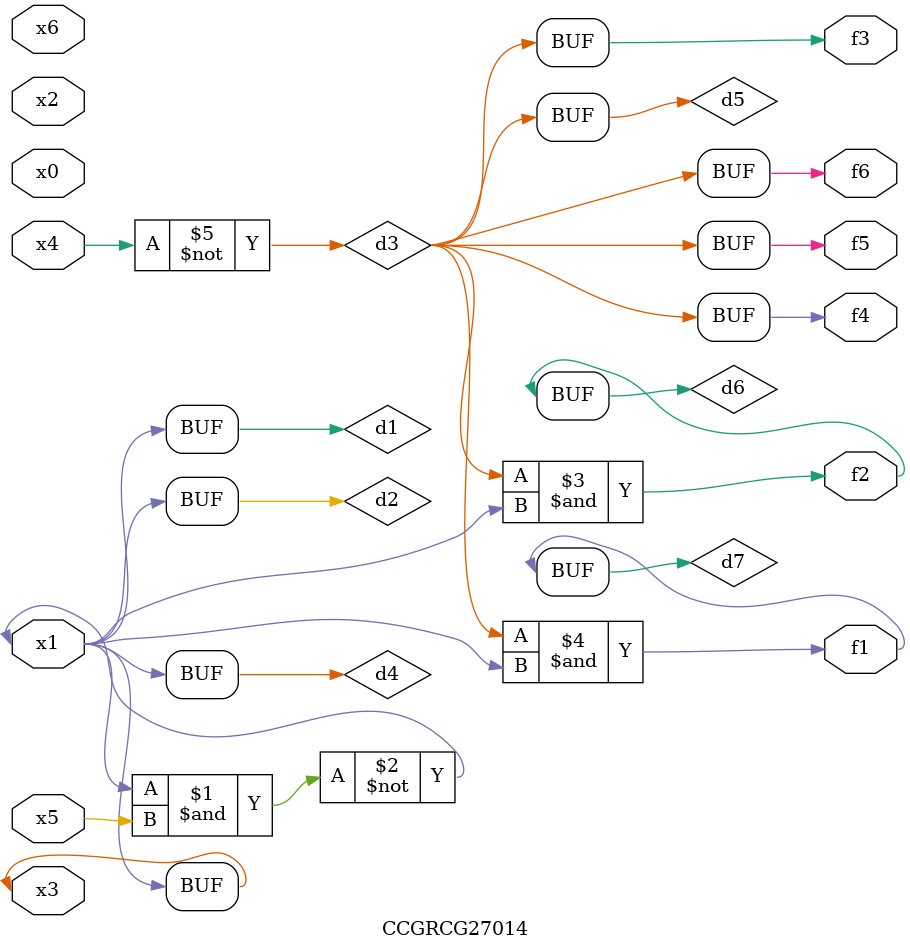
<source format=v>
module CCGRCG27014(
	input x0, x1, x2, x3, x4, x5, x6,
	output f1, f2, f3, f4, f5, f6
);

	wire d1, d2, d3, d4, d5, d6, d7;

	buf (d1, x1, x3);
	nand (d2, x1, x5);
	not (d3, x4);
	buf (d4, d1, d2);
	buf (d5, d3);
	and (d6, d3, d4);
	and (d7, d3, d4);
	assign f1 = d7;
	assign f2 = d6;
	assign f3 = d5;
	assign f4 = d5;
	assign f5 = d5;
	assign f6 = d5;
endmodule

</source>
